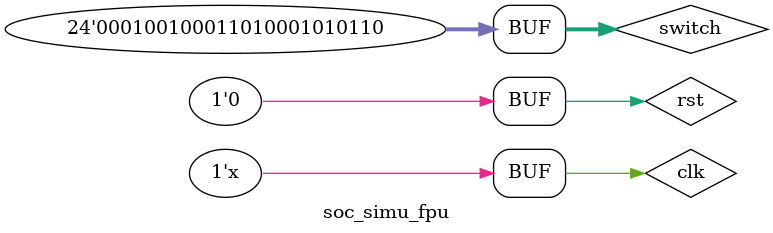
<source format=sv>
`timescale 1ns / 1ps

module soc_simu_fpu();

    reg         clk  = 1;
    reg         rst  = 1;
    reg  [23:0] switch = 24'h123456;
    wire [31:0] led;

    initial #12 rst = 0;
    always #5 clk = !clk;

    soc DUT (
        .clk_i  (clk),
        .rst_i  (rst),
        .sw_i   (switch),
        .led_o  (led)
    );

endmodule

</source>
